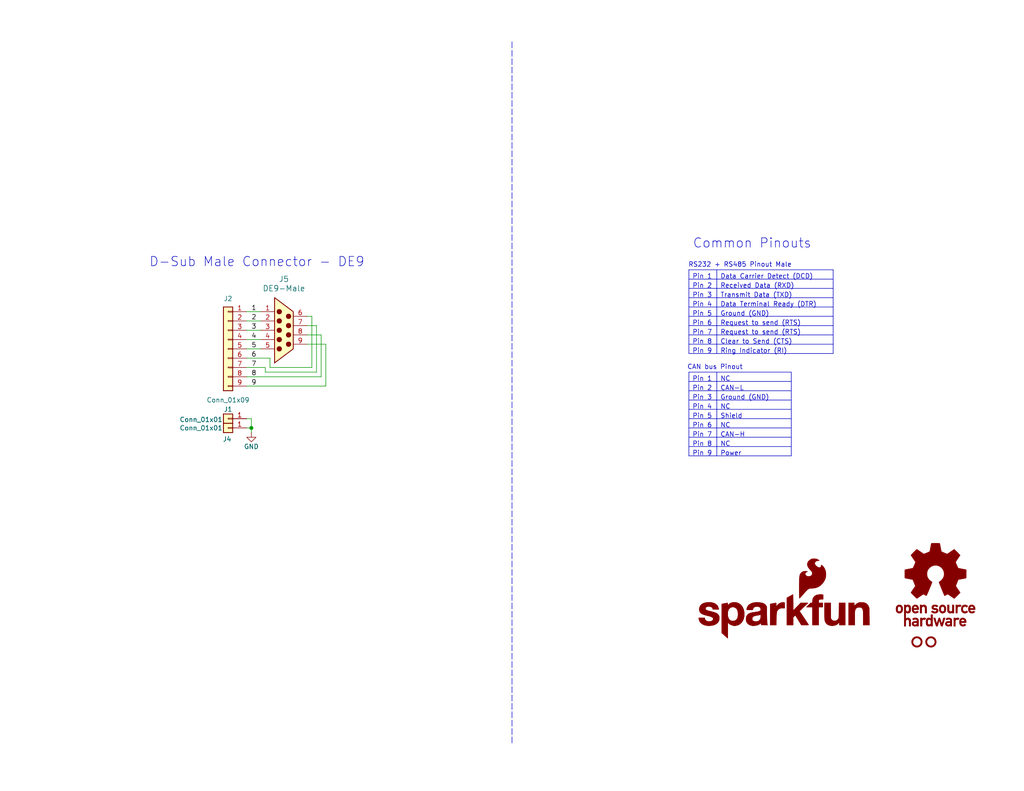
<source format=kicad_sch>
(kicad_sch (version 20250114) (generator "eeschema") (generator_version "9.0")
  (paper "USLetter")
  (title_block (title "SparkFun DB9 Breakout") (rev "v10") (company "SparkFun Electronics") (comment 1 "Designed by: Elias Santistevan"))
  (lib_symbols
    (symbol "DE9-Male_1" (pin_names (offset 0.254) (hide yes))
      (property "Reference" "J" (at -0.508 14.732 0))
      (property "Value" "DE9-Male" (at 0 -9.906 0))
      (symbol "DE9-Male_1_1_1"
        (pin passive line (at -6.35 7.62 0) (length 3.81) (name "1") (number "1"))
        (pin passive line (at -6.35 5.08 0) (length 3.81) (name "2") (number "2"))
        (pin passive line (at -6.35 2.54 0) (length 3.81) (name "3") (number "3"))
        (pin passive line (at -6.35 0 0) (length 3.81) (name "4") (number "4"))
        (pin passive line (at -6.35 -2.54 0) (length 3.81) (name "5") (number "5"))
        (pin passive line (at 6.35 6.35 180) (length 3.81) (name "6") (number "6"))
        (pin passive line (at 6.35 3.81 180) (length 3.81) (name "7") (number "7"))
        (pin passive line (at 6.35 1.27 180) (length 3.81) (name "8") (number "8"))
        (pin passive line (at 6.35 -1.27 180) (length 3.81) (name "9") (number "9"))
      )
      (symbol "DE9-Male_1_1_2"
        (pin unspecified line (at 0 0 0) (length 5.08) (name "1") (number "1"))
        (pin unspecified line (at 0 -2.54 0) (length 5.08) (name "2") (number "2"))
        (pin unspecified line (at 0 -5.08 0) (length 5.08) (name "3") (number "3"))
        (pin unspecified line (at 0 -7.62 0) (length 5.08) (name "4") (number "4"))
        (pin unspecified line (at 0 -10.16 0) (length 5.08) (name "5") (number "5"))
        (pin unspecified line (at 0 -12.7 0) (length 5.08) (name "6") (number "6"))
        (pin unspecified line (at 0 -15.24 0) (length 5.08) (name "7") (number "7"))
        (pin unspecified line (at 0 -17.78 0) (length 5.08) (name "8") (number "8"))
        (pin unspecified line (at 0 -20.32 0) (length 5.08) (name "9") (number "9"))
      )
    )
    (symbol "SparkFun-Aesthetic:OSHW_Logo" (pin_names (offset 1.016)) (in_bom no))
    (symbol "SparkFun-Aesthetic:SparkFun_Logo" (pin_names (offset 1.016)) (on_board no))
    (symbol "SparkFun-Connector:Conn_01x01" (pin_names (offset 1.016) (hide yes))
      (property "Reference" "J" (at 0 2.54 0))
      (property "Value" "Conn_01x01" (at 0 -2.54 0))
      (symbol "Conn_01x01_1_1"
        (pin passive line (at -5.08 0 0) (length 3.81) (name "Pin_1") (number "1"))
      )
    )
    (symbol "SparkFun-Connector:Conn_01x09" (pin_names (offset 1.016) (hide yes))
      (property "Reference" "J" (at 0 12.7 0))
      (property "Value" "Conn_01x09" (at 0 -12.7 0))
      (symbol "Conn_01x09_1_1"
        (pin passive line (at -5.08 10.16 0) (length 3.81) (name "Pin_1") (number "1"))
        (pin passive line (at -5.08 7.62 0) (length 3.81) (name "Pin_2") (number "2"))
        (pin passive line (at -5.08 5.08 0) (length 3.81) (name "Pin_3") (number "3"))
        (pin passive line (at -5.08 2.54 0) (length 3.81) (name "Pin_4") (number "4"))
        (pin passive line (at -5.08 0 0) (length 3.81) (name "Pin_5") (number "5"))
        (pin passive line (at -5.08 -2.54 0) (length 3.81) (name "Pin_6") (number "6"))
        (pin passive line (at -5.08 -5.08 0) (length 3.81) (name "Pin_7") (number "7"))
        (pin passive line (at -5.08 -7.62 0) (length 3.81) (name "Pin_8") (number "8"))
        (pin passive line (at -5.08 -10.16 0) (length 3.81) (name "Pin_9") (number "9"))
      )
    )
    (symbol "SparkFun-Hardware:Standoff")
    (symbol "SparkFun-PowerSymbol:GND" (power) (pin_names (offset 0))
      (property "Value" "GND" (at 0 -3.81 0))
      (symbol "GND_1_1"
        (pin power_in line (at 0 0 270) (length 0) (hide yes) (name "GND") (number "1"))
      )
    )
  )
  (text "Common Pinouts" (at 205.232 66.548 0) (effects (font (size 2.54 2.54))))
  (text "CAN bus Pinout " (at 195.58 100.33 0) (effects (font (size 1.27 1.27))))
  (text "D-Sub Male Connector - DE9" (at 70.104 71.628 0) (effects (font (size 2.54 2.54))))
  (text "RS232 + RS485 Pinout Male" (at 201.93 72.39 0) (effects (font (size 1.27 1.27))))
  (junction (at 68.58 116.84))
  (wire (pts (xy 67.31 95.25) (xy 71.12 95.25)))
  (wire (pts (xy 67.31 87.63) (xy 71.12 87.63)))
  (wire (pts (xy 72.39 101.6) (xy 72.39 100.33)))
  (wire (pts (xy 67.31 100.33) (xy 72.39 100.33)))
  (wire (pts (xy 86.36 88.9) (xy 86.36 101.6)))
  (wire (pts (xy 68.58 116.84) (xy 68.58 118.11)))
  (wire (pts (xy 67.31 105.41) (xy 88.9 105.41)))
  (wire (pts (xy 88.9 93.98) (xy 88.9 105.41)))
  (wire (pts (xy 67.31 90.17) (xy 71.12 90.17)))
  (wire (pts (xy 85.09 86.36) (xy 83.82 86.36)))
  (wire (pts (xy 67.31 92.71) (xy 71.12 92.71)))
  (wire (pts (xy 87.63 102.87) (xy 87.63 91.44)))
  (wire (pts (xy 83.82 93.98) (xy 88.9 93.98)))
  (wire (pts (xy 86.36 101.6) (xy 72.39 101.6)))
  (polyline (pts (xy 139.7 11.43) (xy 139.7 203.2)) (stroke (width 0) (type dash)))
  (wire (pts (xy 73.66 100.33) (xy 85.09 100.33)))
  (wire (pts (xy 68.58 114.3) (xy 68.58 116.84)))
  (wire (pts (xy 73.66 97.79) (xy 73.66 100.33)))
  (wire (pts (xy 67.31 97.79) (xy 73.66 97.79)))
  (wire (pts (xy 67.31 116.84) (xy 68.58 116.84)))
  (wire (pts (xy 67.31 85.09) (xy 71.12 85.09)))
  (wire (pts (xy 83.82 88.9) (xy 86.36 88.9)))
  (wire (pts (xy 85.09 100.33) (xy 85.09 86.36)))
  (wire (pts (xy 67.31 102.87) (xy 87.63 102.87)))
  (wire (pts (xy 67.31 114.3) (xy 68.58 114.3)))
  (wire (pts (xy 87.63 91.44) (xy 83.82 91.44)))
  (table (column_count 2) (border (external yes) (header yes)) (separators (rows yes) (cols yes)) (column_widths 7.62 31.75) (row_heights 2.54 2.54 2.54 2.54 2.54 2.54 2.54 2.54 2.54) (cells (table_cell "Pin 1" (at 187.96 73.66 0) (size 7.62 2.54) (margins 0.9525 0.9525 0.9525 0.9525) (span 1 1)) (table_cell "Data Carrier Detect (DCD) " (at 195.58 73.66 0) (size 31.75 2.54) (margins 0.9525 0.9525 0.9525 0.9525) (span 1 1)) (table_cell "Pin 2" (at 187.96 76.2 0) (size 7.62 2.54) (margins 0.9525 0.9525 0.9525 0.9525) (span 1 1)) (table_cell "Received Data (RXD) " (at 195.58 76.2 0) (size 31.75 2.54) (margins 0.9525 0.9525 0.9525 0.9525) (span 1 1)) (table_cell "Pin 3" (at 187.96 78.74 0) (size 7.62 2.54) (margins 0.9525 0.9525 0.9525 0.9525) (span 1 1)) (table_cell "Transmit Data (TXD) " (at 195.58 78.74 0) (size 31.75 2.54) (margins 0.9525 0.9525 0.9525 0.9525) (span 1 1)) (table_cell "Pin 4" (at 187.96 81.28 0) (size 7.62 2.54) (margins 0.9525 0.9525 0.9525 0.9525) (span 1 1)) (table_cell "Data Terminal Ready (DTR) " (at 195.58 81.28 0) (size 31.75 2.54) (margins 0.9525 0.9525 0.9525 0.9525) (span 1 1)) (table_cell "Pin 5" (at 187.96 83.82 0) (size 7.62 2.54) (margins 0.9525 0.9525 0.9525 0.9525) (span 1 1)) (table_cell "Ground (GND)" (at 195.58 83.82 0) (size 31.75 2.54) (margins 0.9525 0.9525 0.9525 0.9525) (span 1 1)) (table_cell "Pin 6" (at 187.96 86.36 0) (size 7.62 2.54) (margins 0.9525 0.9525 0.9525 0.9525) (span 1 1)) (table_cell "Request to send (RTS) " (at 195.58 86.36 0) (size 31.75 2.54) (margins 0.9525 0.9525 0.9525 0.9525) (span 1 1)) (table_cell "Pin 7" (at 187.96 88.9 0) (size 7.62 2.54) (margins 0.9525 0.9525 0.9525 0.9525) (span 1 1)) (table_cell "Request to send (RTS) " (at 195.58 88.9 0) (size 31.75 2.54) (margins 0.9525 0.9525 0.9525 0.9525) (span 1 1)) (table_cell "Pin 8" (at 187.96 91.44 0) (size 7.62 2.54) (margins 0.9525 0.9525 0.9525 0.9525) (span 1 1)) (table_cell "Clear to Send (CTS) " (at 195.58 91.44 0) (size 31.75 2.54) (margins 0.9525 0.9525 0.9525 0.9525) (span 1 1)) (table_cell "Pin 9" (at 187.96 93.98 0) (size 7.62 2.54) (margins 0.9525 0.9525 0.9525 0.9525) (span 1 1)) (table_cell "Ring Indicator (RI) " (at 195.58 93.98 0) (size 31.75 2.54) (margins 0.9525 0.9525 0.9525 0.9525) (span 1 1))))
  (table (column_count 2) (border (external yes) (header yes)) (separators (rows yes) (cols yes)) (column_widths 7.62 20.32) (row_heights 2.54 2.54 2.54 2.54 2.54 2.54 2.54 2.54 2.54) (cells (table_cell "Pin 1" (at 187.96 101.6 0) (size 7.62 2.54) (margins 0.9525 0.9525 0.9525 0.9525) (span 1 1)) (table_cell "NC" (at 195.58 101.6 0) (size 20.32 2.54) (margins 0.9525 0.9525 0.9525 0.9525) (span 1 1)) (table_cell "Pin 2" (at 187.96 104.14 0) (size 7.62 2.54) (margins 0.9525 0.9525 0.9525 0.9525) (span 1 1)) (table_cell "CAN-L" (at 195.58 104.14 0) (size 20.32 2.54) (margins 0.9525 0.9525 0.9525 0.9525) (span 1 1)) (table_cell "Pin 3" (at 187.96 106.68 0) (size 7.62 2.54) (margins 0.9525 0.9525 0.9525 0.9525) (span 1 1)) (table_cell "Ground (GND)" (at 195.58 106.68 0) (size 20.32 2.54) (margins 0.9525 0.9525 0.9525 0.9525) (span 1 1)) (table_cell "Pin 4" (at 187.96 109.22 0) (size 7.62 2.54) (margins 0.9525 0.9525 0.9525 0.9525) (span 1 1)) (table_cell "NC" (at 195.58 109.22 0) (size 20.32 2.54) (margins 0.9525 0.9525 0.9525 0.9525) (span 1 1)) (table_cell "Pin 5" (at 187.96 111.76 0) (size 7.62 2.54) (margins 0.9525 0.9525 0.9525 0.9525) (span 1 1)) (table_cell "Shield" (at 195.58 111.76 0) (size 20.32 2.54) (margins 0.9525 0.9525 0.9525 0.9525) (span 1 1)) (table_cell "Pin 6" (at 187.96 114.3 0) (size 7.62 2.54) (margins 0.9525 0.9525 0.9525 0.9525) (span 1 1)) (table_cell "NC" (at 195.58 114.3 0) (size 20.32 2.54) (margins 0.9525 0.9525 0.9525 0.9525) (span 1 1)) (table_cell "Pin 7" (at 187.96 116.84 0) (size 7.62 2.54) (margins 0.9525 0.9525 0.9525 0.9525) (span 1 1)) (table_cell "CAN-H" (at 195.58 116.84 0) (size 20.32 2.54) (margins 0.9525 0.9525 0.9525 0.9525) (span 1 1)) (table_cell "Pin 8 " (at 187.96 119.38 0) (size 7.62 2.54) (margins 0.9525 0.9525 0.9525 0.9525) (span 1 1)) (table_cell "NC" (at 195.58 119.38 0) (size 20.32 2.54) (margins 0.9525 0.9525 0.9525 0.9525) (span 1 1)) (table_cell "Pin 9" (at 187.96 121.92 0) (size 7.62 2.54) (margins 0.9525 0.9525 0.9525 0.9525) (span 1 1)) (table_cell "Power" (at 195.58 121.92 0) (size 20.32 2.54) (margins 0.9525 0.9525 0.9525 0.9525) (span 1 1))))
  (label "6" (at 68.58 97.79 0))
  (label "7" (at 68.58 100.33 0))
  (label "1" (at 68.58 85.09 0))
  (label "5" (at 68.58 95.25 0))
  (label "4" (at 68.58 92.71 0))
  (label "3" (at 68.58 90.17 0))
  (label "9" (at 68.58 105.41 0))
  (label "8" (at 68.58 102.87 0))
  (label "2" (at 68.58 87.63 0))
  (symbol (lib_id "SparkFun-Connector:Conn_01x01") (at 62.23 116.84 180) (unit 1)
    (property "Reference" "J4" (at 61.976 119.888 0))
    (property "Value" "Conn_01x01" (at 54.864 116.84 0))
    (property "Footprint" "SparkFun-Connector:1x01" (effects (hide yes)))
    (property "Description" "Basic 0.1\" PTH" (effects (hide yes)))
  )
  (symbol (lib_id "SparkFun-Hardware:Standoff") (at 254 175.26 0) (unit 1)
    (property "Reference" "ST2" (effects (hide yes)))
    (property "Value" "Stand_off" (effects (hide yes)))
    (property "Footprint" "SparkFun-Hardware:Standoff" (effects (hide yes)))
    (property "Description" "Drill holes for mechanically mounting via screws, standoffs, etc." (effects (hide yes)))
  )
  (symbol (lib_name "DE9-Male_1") (lib_id "DE9-Male:DE9-Male") (at 77.47 92.71 0) (unit 1)
    (property "Reference" "J5" (at 77.47 76.2 0) (effects (font (size 1.524 1.524))))
    (property "Value" "DE9-Male" (at 77.47 78.74 0) (effects (font (size 1.524 1.524))))
    (property "Footprint" "DE9-Footprint:DE9" (effects (hide yes)))
  )
  (symbol (lib_id "SparkFun-Aesthetic:SparkFun_Logo") (at 213.36 167.64 0) (unit 1) (on_board no)
    (property "Reference" "G1" (effects (hide yes)))
    (property "Value" "SparkFun_Logo" (effects (hide yes)))
    (property "Footprint" "SparkFun-Aesthetic:SparkFun_Logo_8mm" (effects (hide yes)))
  )
  (symbol (lib_id "SparkFun-PowerSymbol:GND") (at 68.58 118.11 0) (unit 1)
    (property "Reference" "#PWR01" (effects (hide yes)))
    (property "Value" "GND" (at 68.58 121.92 0))
    (property "Description" "Power symbol creates a global label with name \"GND\" , ground" (effects (hide yes)))
  )
  (symbol (lib_id "SparkFun-Connector:Conn_01x09") (at 62.23 95.25 0) (mirror y) (unit 1)
    (property "Reference" "J2" (at 62.23 81.534 0))
    (property "Value" "Conn_01x09" (at 62.23 109.22 0))
    (property "Footprint" "SparkFun-Connector:1x09" (effects (hide yes)))
    (property "Description" "Basic 0.1\" PTH" (effects (hide yes)))
  )
  (symbol (lib_id "SparkFun-Hardware:Standoff") (at 250.19 175.26 0) (unit 1)
    (property "Reference" "ST1" (effects (hide yes)))
    (property "Value" "Stand_off" (effects (hide yes)))
    (property "Footprint" "SparkFun-Hardware:Standoff" (effects (hide yes)))
    (property "Description" "Drill holes for mechanically mounting via screws, standoffs, etc." (effects (hide yes)))
  )
  (symbol (lib_id "SparkFun-Aesthetic:OSHW_Logo") (at 255.27 163.83 0) (unit 1) (in_bom no)
    (property "Reference" "G3" (effects (hide yes)))
    (property "Value" "OSHW_Logo" (effects (hide yes)))
    (property "Footprint" "SparkFun-Aesthetic:Creative_Commons_License" (effects (hide yes)))
  )
  (symbol (lib_id "SparkFun-Aesthetic:SparkFun_Logo") (at 213.36 167.64 0) (unit 1) (on_board no)
    (property "Reference" "G2" (effects (hide yes)))
    (property "Value" "SparkFun_Logo" (effects (hide yes)))
  )
  (symbol (lib_id "SparkFun-Connector:Conn_01x01") (at 62.23 114.3 180) (unit 1)
    (property "Reference" "J1" (at 62.23 111.76 0))
    (property "Value" "Conn_01x01" (at 54.864 114.554 0))
    (property "Footprint" "SparkFun-Connector:1x01" (effects (hide yes)))
    (property "Description" "Basic 0.1\" PTH" (effects (hide yes)))
  )
)
</source>
